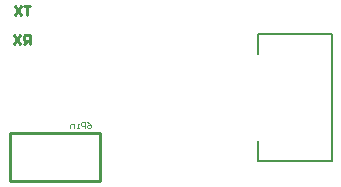
<source format=gbo>
G04*
G04 #@! TF.GenerationSoftware,Altium Limited,Altium Designer,22.6.1 (34)*
G04*
G04 Layer_Color=32896*
%FSLAX25Y25*%
%MOIN*%
G70*
G04*
G04 #@! TF.SameCoordinates,96458179-A28E-47A4-AC93-062C7FCE65E1*
G04*
G04*
G04 #@! TF.FilePolarity,Positive*
G04*
G01*
G75*
%ADD12C,0.01000*%
%ADD14C,0.00600*%
%ADD15C,0.00200*%
D12*
X7800Y1100D02*
X37800D01*
X7800Y17100D02*
X37800D01*
Y1100D02*
Y17100D01*
X7800Y1100D02*
Y17100D01*
X14500Y46800D02*
Y49897D01*
X12951D01*
X12435Y49381D01*
Y48349D01*
X12951Y47833D01*
X14500D01*
X13467D02*
X12435Y46800D01*
X11403Y49897D02*
X9338Y46800D01*
Y49897D02*
X11403Y46800D01*
X14600Y59397D02*
X12535D01*
X13567D01*
Y56300D01*
X11503Y59397D02*
X9438Y56300D01*
Y59397D02*
X11503Y56300D01*
D14*
X90631Y43615D02*
Y50244D01*
Y7944D02*
Y14573D01*
Y50244D02*
X115231D01*
Y7944D02*
Y50244D01*
X90631Y7944D02*
X115231D01*
D15*
X33666Y20800D02*
X34332Y20467D01*
X34999Y19800D01*
Y19134D01*
X34666Y18800D01*
X33999D01*
X33666Y19134D01*
Y19467D01*
X33999Y19800D01*
X34999D01*
X33000Y18800D02*
Y20800D01*
X32000D01*
X31667Y20467D01*
Y19800D01*
X32000Y19467D01*
X33000D01*
X31000Y18800D02*
X30334D01*
X30667D01*
Y20133D01*
X31000D01*
X29334Y18800D02*
Y20133D01*
X28334D01*
X28001Y19800D01*
Y18800D01*
M02*

</source>
